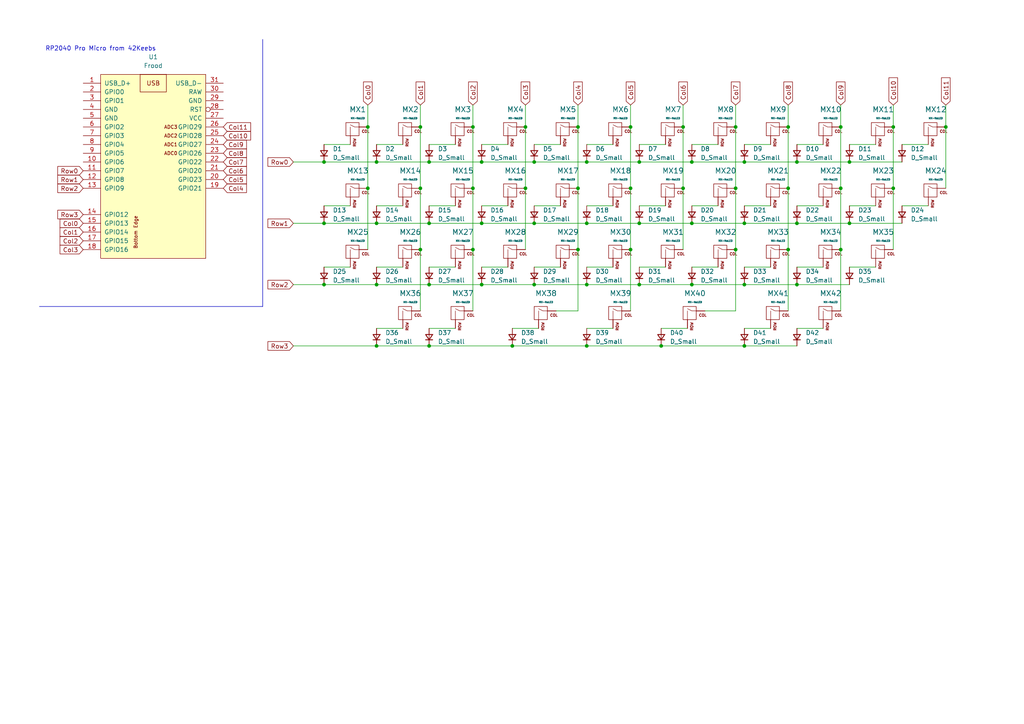
<source format=kicad_sch>
(kicad_sch (version 20231120) (generator "eeschema") (generator_version "8.0")
  (paper "A4")
  (lib_symbols
    (symbol "42Keebs:Frood" (pin_names (offset 1.016))
      (property "Reference" "U" (at -12.7 27.94 0))
      (property "Value" "Frood" (at 0 2.54 90))
      (symbol "Frood_0_0"
        (text "ADC0" (at 5.08 2.54 0) (effects (font (size 0.9906 0.9906))))
        (text "ADC1" (at 5.08 5.08 0) (effects (font (size 0.9906 0.9906))))
        (text "ADC2" (at 5.08 7.62 0) (effects (font (size 0.9906 0.9906))))
        (text "ADC3" (at 5.08 10.16 0) (effects (font (size 0.9906 0.9906))))
        (text "Bottom Edge" (at -5.08 -20.32 900) (effects (font (size 0.9906 0.9906))))
        (text "USB" (at 0 22.86 0) (effects (font (size 1.27 1.27))))
      )
      (symbol "Frood_0_1"
        (rectangle (start -15.24 25.4) (end 15.24 -27.94) (fill (type background)))
        (rectangle (start 3.81 25.4) (end -3.81 20.32))
      )
      (symbol "Frood_1_1"
        (pin bidirectional line (at -20.32 22.86 0) (length 5.08) (name "USB_D+") (number "1"))
        (pin bidirectional line (at -20.32 0 0) (length 5.08) (name "GPIO6") (number "10"))
        (pin bidirectional line (at -20.32 -2.54 0) (length 5.08) (name "GPIO7") (number "11"))
        (pin bidirectional line (at -20.32 -5.08 0) (length 5.08) (name "GPIO8") (number "12"))
        (pin bidirectional line (at -20.32 -7.62 0) (length 5.08) (name "GPIO9") (number "13"))
        (pin bidirectional line (at -20.32 -15.24 0) (length 5.08) (name "GPIO12") (number "14"))
        (pin bidirectional line (at -20.32 -17.78 0) (length 5.08) (name "GPIO13") (number "15"))
        (pin bidirectional line (at -20.32 -20.32 0) (length 5.08) (name "GPIO14") (number "16"))
        (pin bidirectional line (at -20.32 -22.86 0) (length 5.08) (name "GPIO15") (number "17"))
        (pin bidirectional line (at -20.32 -25.4 0) (length 5.08) (name "GPIO16") (number "18"))
        (pin bidirectional line (at 20.32 -7.62 180) (length 5.08) (name "GPIO21") (number "19"))
        (pin bidirectional line (at -20.32 20.32 0) (length 5.08) (name "GPIO0") (number "2"))
        (pin bidirectional line (at 20.32 -5.08 180) (length 5.08) (name "GPIO23") (number "20"))
        (pin bidirectional line (at 20.32 -2.54 180) (length 5.08) (name "GPIO20") (number "21"))
        (pin bidirectional line (at 20.32 0 180) (length 5.08) (name "GPIO22") (number "22"))
        (pin bidirectional line (at 20.32 2.54 180) (length 5.08) (name "GPIO26") (number "23"))
        (pin bidirectional line (at 20.32 5.08 180) (length 5.08) (name "GPIO27") (number "24"))
        (pin bidirectional line (at 20.32 7.62 180) (length 5.08) (name "GPIO28") (number "25"))
        (pin bidirectional line (at 20.32 10.16 180) (length 5.08) (name "GPIO29") (number "26"))
        (pin power_out line (at 20.32 12.7 180) (length 5.08) (name "VCC") (number "27"))
        (pin input inverted (at 20.32 15.24 180) (length 5.08) (name "RST") (number "28"))
        (pin power_out line (at 20.32 17.78 180) (length 5.08) (name "GND") (number "29"))
        (pin bidirectional line (at -20.32 17.78 0) (length 5.08) (name "GPIO1") (number "3"))
        (pin power_in line (at 20.32 20.32 180) (length 5.08) (name "RAW") (number "30"))
        (pin bidirectional line (at 20.32 22.86 180) (length 5.08) (name "USB_D-") (number "31"))
        (pin power_out line (at -20.32 15.24 0) (length 5.08) (name "GND") (number "4"))
        (pin power_out line (at -20.32 12.7 0) (length 5.08) (name "GND") (number "5"))
        (pin bidirectional line (at -20.32 10.16 0) (length 5.08) (name "GPIO2") (number "6"))
        (pin bidirectional line (at -20.32 7.62 0) (length 5.08) (name "GPIO3") (number "7"))
        (pin bidirectional line (at -20.32 5.08 0) (length 5.08) (name "GPIO4") (number "8"))
        (pin bidirectional line (at -20.32 2.54 0) (length 5.08) (name "GPIO5") (number "9"))
      )
    )
    (symbol "Device:D_Small" (pin_numbers hide) (pin_names (offset 0.254) hide)
      (property "Reference" "D" (at -1.27 2.032 0))
      (property "Value" "D_Small" (at -3.81 -2.032 0))
      (symbol "D_Small_0_1"
        (polyline (pts (xy -0.762 -1.016) (xy -0.762 1.016)) (stroke (width 0.254)))
        (polyline (pts (xy -0.762 0) (xy 0.762 0)))
        (polyline (pts (xy 0.762 -1.016) (xy -0.762 0) (xy 0.762 1.016) (xy 0.762 -1.016)) (stroke (width 0.254)))
      )
      (symbol "D_Small_1_1"
        (pin passive line (at -2.54 0 0) (length 1.778) (name "K") (number "1"))
        (pin passive line (at 2.54 0 180) (length 1.778) (name "A") (number "2"))
      )
    )
    (symbol "MX_Alps_Hybrid:MX-NoLED" (pin_names (offset 1.016))
      (property "Reference" "MX" (at -0.635 3.81 0))
      (property "Value" "MX-NoLED" (at -0.635 1.27 0))
      (symbol "MX-NoLED_0_0"
        (rectangle (start -2.54 2.54) (end 1.27 -1.27))
        (polyline (pts (xy -1.27 -1.27) (xy -1.27 1.27)) (stroke (width 0.127)))
        (polyline (pts (xy 1.27 1.27) (xy 0 1.27) (xy -1.27 1.905)) (stroke (width 0.127)))
        (text "COL" (at 3.175 0 0) (effects (font (size 0.762 0.762))))
        (text "ROW" (at 0 -1.905 900) (effects (font (size 0.762 0.762)) (justify right)))
      )
      (symbol "MX-NoLED_1_1"
        (pin passive line (at 3.81 1.27 180) (length 2.54) (name "COL") (number "1"))
        (pin passive line (at -1.27 -3.81 90) (length 2.54) (name "ROW") (number "2"))
      )
    )
  )
  (junction (at 167.64 36.83))
  (junction (at 185.42 82.55))
  (junction (at 148.59 100.33))
  (junction (at 215.9 82.55))
  (junction (at 121.92 36.83))
  (junction (at 121.92 54.61))
  (junction (at 106.68 54.61))
  (junction (at 170.18 82.55))
  (junction (at 182.88 36.83))
  (junction (at 152.4 54.61))
  (junction (at 93.98 64.77))
  (junction (at 139.7 64.77))
  (junction (at 185.42 64.77))
  (junction (at 228.6 72.39))
  (junction (at 213.36 36.83))
  (junction (at 137.16 54.61))
  (junction (at 124.46 46.99))
  (junction (at 124.46 82.55))
  (junction (at 185.42 46.99))
  (junction (at 182.88 72.39))
  (junction (at 231.14 64.77))
  (junction (at 200.66 82.55))
  (junction (at 137.16 72.39))
  (junction (at 259.08 36.83))
  (junction (at 139.7 46.99))
  (junction (at 215.9 46.99))
  (junction (at 109.22 46.99))
  (junction (at 213.36 54.61))
  (junction (at 200.66 64.77))
  (junction (at 243.84 54.61))
  (junction (at 124.46 64.77))
  (junction (at 109.22 82.55))
  (junction (at 246.38 46.99))
  (junction (at 167.64 72.39))
  (junction (at 228.6 36.83))
  (junction (at 121.92 72.39))
  (junction (at 243.84 72.39))
  (junction (at 170.18 64.77))
  (junction (at 167.64 54.61))
  (junction (at 106.68 36.83))
  (junction (at 170.18 46.99))
  (junction (at 215.9 100.33))
  (junction (at 109.22 100.33))
  (junction (at 274.32 36.83))
  (junction (at 139.7 82.55))
  (junction (at 231.14 46.99))
  (junction (at 93.98 82.55))
  (junction (at 215.9 64.77))
  (junction (at 228.6 54.61))
  (junction (at 200.66 46.99))
  (junction (at 109.22 64.77))
  (junction (at 154.94 64.77))
  (junction (at 246.38 64.77))
  (junction (at 93.98 46.99))
  (junction (at 182.88 54.61))
  (junction (at 191.77 100.33))
  (junction (at 124.46 100.33))
  (junction (at 198.12 54.61))
  (junction (at 198.12 36.83))
  (junction (at 259.08 54.61))
  (junction (at 243.84 36.83))
  (junction (at 170.18 100.33))
  (junction (at 137.16 36.83))
  (junction (at 231.14 82.55))
  (junction (at 213.36 72.39))
  (junction (at 154.94 82.55))
  (junction (at 154.94 46.99))
  (junction (at 152.4 36.83))
  (wire (pts (xy 191.77 100.33) (xy 215.9 100.33)))
  (wire (pts (xy 243.84 30.48) (xy 243.84 36.83)))
  (wire (pts (xy 85.09 64.77) (xy 93.98 64.77)))
  (wire (pts (xy 109.22 41.91) (xy 116.84 41.91)))
  (wire (pts (xy 154.94 82.55) (xy 170.18 82.55)))
  (wire (pts (xy 243.84 36.83) (xy 243.84 54.61)))
  (wire (pts (xy 139.7 59.69) (xy 147.32 59.69)))
  (wire (pts (xy 231.14 46.99) (xy 246.38 46.99)))
  (wire (pts (xy 185.42 64.77) (xy 200.66 64.77)))
  (wire (pts (xy 124.46 77.47) (xy 132.08 77.47)))
  (wire (pts (xy 261.62 59.69) (xy 269.24 59.69)))
  (wire (pts (xy 246.38 59.69) (xy 254 59.69)))
  (wire (pts (xy 124.46 64.77) (xy 139.7 64.77)))
  (wire (pts (xy 246.38 46.99) (xy 261.62 46.99)))
  (wire (pts (xy 85.09 46.99) (xy 93.98 46.99)))
  (wire (pts (xy 170.18 82.55) (xy 185.42 82.55)))
  (wire (pts (xy 231.14 41.91) (xy 238.76 41.91)))
  (wire (pts (xy 198.12 54.61) (xy 198.12 72.39)))
  (wire (pts (xy 93.98 82.55) (xy 109.22 82.55)))
  (wire (pts (xy 261.62 41.91) (xy 269.24 41.91)))
  (wire (pts (xy 185.42 77.47) (xy 193.04 77.47)))
  (wire (pts (xy 154.94 59.69) (xy 162.56 59.69)))
  (wire (pts (xy 182.88 30.48) (xy 182.88 36.83)))
  (wire (pts (xy 246.38 77.47) (xy 254 77.47)))
  (wire (pts (xy 228.6 54.61) (xy 228.6 72.39)))
  (wire (pts (xy 109.22 82.55) (xy 124.46 82.55)))
  (wire (pts (xy 93.98 64.77) (xy 109.22 64.77)))
  (wire (pts (xy 167.64 30.48) (xy 167.64 36.83)))
  (wire (pts (xy 200.66 64.77) (xy 215.9 64.77)))
  (wire (pts (xy 185.42 46.99) (xy 200.66 46.99)))
  (wire (pts (xy 109.22 100.33) (xy 124.46 100.33)))
  (wire (pts (xy 170.18 77.47) (xy 177.8 77.47)))
  (wire (pts (xy 185.42 59.69) (xy 193.04 59.69)))
  (wire (pts (xy 152.4 54.61) (xy 152.4 72.39)))
  (wire (pts (xy 246.38 64.77) (xy 261.62 64.77)))
  (wire (pts (xy 213.36 72.39) (xy 213.36 90.17)))
  (wire (pts (xy 185.42 41.91) (xy 193.04 41.91)))
  (wire (pts (xy 137.16 54.61) (xy 137.16 72.39)))
  (wire (pts (xy 148.59 95.25) (xy 156.21 95.25)))
  (wire (pts (xy 124.46 46.99) (xy 139.7 46.99)))
  (wire (pts (xy 154.94 41.91) (xy 162.56 41.91)))
  (wire (pts (xy 109.22 77.47) (xy 116.84 77.47)))
  (wire (pts (xy 109.22 95.25) (xy 116.84 95.25)))
  (polyline (pts (xy 11.43 88.9) (xy 76.2 88.9)))
  (wire (pts (xy 106.68 30.48) (xy 106.68 36.83)))
  (wire (pts (xy 231.14 64.77) (xy 246.38 64.77)))
  (wire (pts (xy 228.6 30.48) (xy 228.6 36.83)))
  (wire (pts (xy 243.84 54.61) (xy 243.84 72.39)))
  (wire (pts (xy 198.12 30.48) (xy 198.12 36.83)))
  (wire (pts (xy 167.64 54.61) (xy 167.64 72.39)))
  (wire (pts (xy 200.66 77.47) (xy 208.28 77.47)))
  (wire (pts (xy 139.7 64.77) (xy 154.94 64.77)))
  (wire (pts (xy 231.14 95.25) (xy 238.76 95.25)))
  (wire (pts (xy 191.77 95.25) (xy 199.39 95.25)))
  (wire (pts (xy 93.98 41.91) (xy 101.6 41.91)))
  (wire (pts (xy 154.94 46.99) (xy 170.18 46.99)))
  (wire (pts (xy 139.7 77.47) (xy 147.32 77.47)))
  (wire (pts (xy 215.9 46.99) (xy 231.14 46.99)))
  (wire (pts (xy 204.47 90.17) (xy 213.36 90.17)))
  (wire (pts (xy 106.68 36.83) (xy 106.68 54.61)))
  (wire (pts (xy 228.6 36.83) (xy 228.6 54.61)))
  (wire (pts (xy 170.18 59.69) (xy 177.8 59.69)))
  (wire (pts (xy 137.16 36.83) (xy 137.16 54.61)))
  (wire (pts (xy 139.7 82.55) (xy 154.94 82.55)))
  (wire (pts (xy 152.4 30.48) (xy 152.4 36.83)))
  (wire (pts (xy 152.4 36.83) (xy 152.4 54.61)))
  (polyline (pts (xy 76.2 11.43) (xy 76.2 88.9)))
  (wire (pts (xy 200.66 46.99) (xy 215.9 46.99)))
  (wire (pts (xy 231.14 77.47) (xy 238.76 77.47)))
  (wire (pts (xy 213.36 54.61) (xy 213.36 72.39)))
  (wire (pts (xy 215.9 95.25) (xy 223.52 95.25)))
  (wire (pts (xy 213.36 36.83) (xy 213.36 54.61)))
  (wire (pts (xy 182.88 54.61) (xy 182.88 72.39)))
  (wire (pts (xy 109.22 59.69) (xy 116.84 59.69)))
  (wire (pts (xy 170.18 95.25) (xy 177.8 95.25)))
  (wire (pts (xy 200.66 59.69) (xy 208.28 59.69)))
  (wire (pts (xy 198.12 36.83) (xy 198.12 54.61)))
  (wire (pts (xy 185.42 82.55) (xy 200.66 82.55)))
  (wire (pts (xy 200.66 82.55) (xy 215.9 82.55)))
  (wire (pts (xy 148.59 100.33) (xy 170.18 100.33)))
  (wire (pts (xy 215.9 41.91) (xy 223.52 41.91)))
  (wire (pts (xy 231.14 59.69) (xy 238.76 59.69)))
  (wire (pts (xy 213.36 30.48) (xy 213.36 36.83)))
  (wire (pts (xy 137.16 30.48) (xy 137.16 36.83)))
  (wire (pts (xy 106.68 54.61) (xy 106.68 72.39)))
  (wire (pts (xy 124.46 82.55) (xy 139.7 82.55)))
  (wire (pts (xy 93.98 46.99) (xy 109.22 46.99)))
  (wire (pts (xy 200.66 41.91) (xy 208.28 41.91)))
  (wire (pts (xy 182.88 72.39) (xy 182.88 90.17)))
  (wire (pts (xy 167.64 72.39) (xy 167.64 90.17)))
  (wire (pts (xy 137.16 72.39) (xy 137.16 90.17)))
  (wire (pts (xy 274.32 30.48) (xy 274.32 36.83)))
  (wire (pts (xy 124.46 59.69) (xy 132.08 59.69)))
  (wire (pts (xy 121.92 30.48) (xy 121.92 36.83)))
  (wire (pts (xy 139.7 41.91) (xy 147.32 41.91)))
  (wire (pts (xy 170.18 41.91) (xy 177.8 41.91)))
  (wire (pts (xy 109.22 46.99) (xy 124.46 46.99)))
  (wire (pts (xy 154.94 64.77) (xy 170.18 64.77)))
  (wire (pts (xy 121.92 72.39) (xy 121.92 90.17)))
  (wire (pts (xy 121.92 54.61) (xy 121.92 72.39)))
  (wire (pts (xy 124.46 41.91) (xy 132.08 41.91)))
  (wire (pts (xy 274.32 36.83) (xy 274.32 54.61)))
  (wire (pts (xy 259.08 54.61) (xy 259.08 72.39)))
  (wire (pts (xy 85.09 82.55) (xy 93.98 82.55)))
  (wire (pts (xy 215.9 64.77) (xy 231.14 64.77)))
  (wire (pts (xy 246.38 41.91) (xy 254 41.91)))
  (wire (pts (xy 170.18 64.77) (xy 185.42 64.77)))
  (wire (pts (xy 259.08 36.83) (xy 259.08 54.61)))
  (wire (pts (xy 124.46 95.25) (xy 132.08 95.25)))
  (wire (pts (xy 154.94 77.47) (xy 162.56 77.47)))
  (wire (pts (xy 182.88 36.83) (xy 182.88 54.61)))
  (wire (pts (xy 167.64 36.83) (xy 167.64 54.61)))
  (wire (pts (xy 93.98 77.47) (xy 101.6 77.47)))
  (wire (pts (xy 170.18 46.99) (xy 185.42 46.99)))
  (wire (pts (xy 243.84 72.39) (xy 243.84 90.17)))
  (wire (pts (xy 161.29 90.17) (xy 167.64 90.17)))
  (wire (pts (xy 121.92 36.83) (xy 121.92 54.61)))
  (wire (pts (xy 85.09 100.33) (xy 109.22 100.33)))
  (wire (pts (xy 93.98 59.69) (xy 101.6 59.69)))
  (wire (pts (xy 215.9 100.33) (xy 231.14 100.33)))
  (wire (pts (xy 231.14 82.55) (xy 246.38 82.55)))
  (wire (pts (xy 259.08 30.48) (xy 259.08 36.83)))
  (wire (pts (xy 170.18 100.33) (xy 191.77 100.33)))
  (wire (pts (xy 228.6 72.39) (xy 228.6 90.17)))
  (wire (pts (xy 109.22 64.77) (xy 124.46 64.77)))
  (wire (pts (xy 124.46 100.33) (xy 148.59 100.33)))
  (wire (pts (xy 215.9 77.47) (xy 223.52 77.47)))
  (wire (pts (xy 215.9 59.69) (xy 223.52 59.69)))
  (wire (pts (xy 215.9 82.55) (xy 231.14 82.55)))
  (wire (pts (xy 139.7 46.99) (xy 154.94 46.99)))
  (text "RP2040 Pro Micro from 42Keebs" (at 29.21 14.224 0) (effects (font (size 1.27 1.27))))
  (global_label "Col10" (shape input) (at 259.08 30.48 90) (property "Intersheetrefs" "${INTERSHEET_REFS}" (effects (hide yes))))
  (global_label "Col5" (shape input) (at 182.88 30.48 90) (property "Intersheetrefs" "${INTERSHEET_REFS}" (effects (hide yes))))
  (global_label "Col4" (shape input) (at 64.77 54.61 0) (property "Intersheetrefs" "${INTERSHEET_REFS}" (effects (hide yes))))
  (global_label "Col1" (shape input) (at 24.13 67.31 180) (property "Intersheetrefs" "${INTERSHEET_REFS}" (effects (hide yes))))
  (global_label "Col1" (shape input) (at 121.92 30.48 90) (property "Intersheetrefs" "${INTERSHEET_REFS}" (effects (hide yes))))
  (global_label "Row3" (shape input) (at 85.09 100.33 180) (property "Intersheetrefs" "${INTERSHEET_REFS}" (effects (hide yes))))
  (global_label "Col6" (shape input) (at 64.77 49.53 0) (property "Intersheetrefs" "${INTERSHEET_REFS}" (effects (hide yes))))
  (global_label "Col6" (shape input) (at 198.12 30.48 90) (property "Intersheetrefs" "${INTERSHEET_REFS}" (effects (hide yes))))
  (global_label "Row1" (shape input) (at 24.13 52.07 180) (property "Intersheetrefs" "${INTERSHEET_REFS}" (effects (hide yes))))
  (global_label "Col7" (shape input) (at 64.77 46.99 0) (property "Intersheetrefs" "${INTERSHEET_REFS}" (effects (hide yes))))
  (global_label "Col2" (shape input) (at 137.16 30.48 90) (property "Intersheetrefs" "${INTERSHEET_REFS}" (effects (hide yes))))
  (global_label "Col5" (shape input) (at 64.77 52.07 0) (property "Intersheetrefs" "${INTERSHEET_REFS}" (effects (hide yes))))
  (global_label "Col7" (shape input) (at 213.36 30.48 90) (property "Intersheetrefs" "${INTERSHEET_REFS}" (effects (hide yes))))
  (global_label "Col11" (shape input) (at 64.77 36.83 0) (property "Intersheetrefs" "${INTERSHEET_REFS}" (effects (hide yes))))
  (global_label "Row2" (shape input) (at 24.13 54.61 180) (property "Intersheetrefs" "${INTERSHEET_REFS}" (effects (hide yes))))
  (global_label "Col2" (shape input) (at 24.13 69.85 180) (property "Intersheetrefs" "${INTERSHEET_REFS}" (effects (hide yes))))
  (global_label "Row2" (shape input) (at 85.09 82.55 180) (property "Intersheetrefs" "${INTERSHEET_REFS}" (effects (hide yes))))
  (global_label "Row0" (shape input) (at 85.09 46.99 180) (property "Intersheetrefs" "${INTERSHEET_REFS}" (effects (hide yes))))
  (global_label "Row0" (shape input) (at 24.13 49.53 180) (property "Intersheetrefs" "${INTERSHEET_REFS}" (effects (hide yes))))
  (global_label "Col3" (shape input) (at 152.4 30.48 90) (property "Intersheetrefs" "${INTERSHEET_REFS}" (effects (hide yes))))
  (global_label "Col10" (shape input) (at 64.77 39.37 0) (property "Intersheetrefs" "${INTERSHEET_REFS}" (effects (hide yes))))
  (global_label "Col0" (shape input) (at 106.68 30.48 90) (property "Intersheetrefs" "${INTERSHEET_REFS}" (effects (hide yes))))
  (global_label "Col4" (shape input) (at 167.64 30.48 90) (property "Intersheetrefs" "${INTERSHEET_REFS}" (effects (hide yes))))
  (global_label "Row3" (shape input) (at 24.13 62.23 180) (property "Intersheetrefs" "${INTERSHEET_REFS}" (effects (hide yes))))
  (global_label "Row1" (shape input) (at 85.09 64.77 180) (property "Intersheetrefs" "${INTERSHEET_REFS}" (effects (hide yes))))
  (global_label "Col8" (shape input) (at 228.6 30.48 90) (property "Intersheetrefs" "${INTERSHEET_REFS}" (effects (hide yes))))
  (global_label "Col3" (shape input) (at 24.13 72.39 180) (property "Intersheetrefs" "${INTERSHEET_REFS}" (effects (hide yes))))
  (global_label "Col9" (shape input) (at 243.84 30.48 90) (property "Intersheetrefs" "${INTERSHEET_REFS}" (effects (hide yes))))
  (global_label "Col9" (shape input) (at 64.77 41.91 0) (property "Intersheetrefs" "${INTERSHEET_REFS}" (effects (hide yes))))
  (global_label "Col8" (shape input) (at 64.77 44.45 0) (property "Intersheetrefs" "${INTERSHEET_REFS}" (effects (hide yes))))
  (global_label "Col0" (shape input) (at 24.13 64.77 180) (property "Intersheetrefs" "${INTERSHEET_REFS}" (effects (hide yes))))
  (global_label "Col11" (shape input) (at 274.32 30.48 90) (property "Intersheetrefs" "${INTERSHEET_REFS}" (effects (hide yes))))
  (symbol (lib_id "Device:D_Small") (at 215.9 97.79 90) (unit 1)
    (property "Reference" "D41" (at 218.44 96.5199 90) (effects (justify right)))
    (property "Value" "D_Small" (at 218.44 99.0599 90) (effects (justify right)))
    (property "Description" "Diode, small symbol" (effects (hide yes)))
    (property "Sim.Device" "D" (effects (hide yes)))
    (property "Sim.Pins" "1=K 2=A" (effects (hide yes)))
  )
  (symbol (lib_id "MX_Alps_Hybrid:MX-NoLED") (at 270.51 55.88 0) (unit 1)
    (property "Reference" "MX24" (at 271.4052 49.53 0) (effects (font (size 1.524 1.524))))
    (property "Value" "MX-NoLED" (at 271.4052 52.07 0) (effects (font (size 0.508 0.508))))
  )
  (symbol (lib_id "MX_Alps_Hybrid:MX-NoLED") (at 102.87 73.66 0) (unit 1)
    (property "Reference" "MX25" (at 103.7652 67.31 0) (effects (font (size 1.524 1.524))))
    (property "Value" "MX-NoLED" (at 103.7652 69.85 0) (effects (font (size 0.508 0.508))))
  )
  (symbol (lib_id "Device:D_Small") (at 231.14 44.45 90) (unit 1)
    (property "Reference" "D10" (at 233.68 43.1799 90) (effects (justify right)))
    (property "Value" "D_Small" (at 233.68 45.7199 90) (effects (justify right)))
    (property "Description" "Diode, small symbol" (effects (hide yes)))
    (property "Sim.Device" "D" (effects (hide yes)))
    (property "Sim.Pins" "1=K 2=A" (effects (hide yes)))
  )
  (symbol (lib_id "MX_Alps_Hybrid:MX-NoLED") (at 163.83 73.66 0) (unit 1)
    (property "Reference" "MX29" (at 164.7252 67.31 0) (effects (font (size 1.524 1.524))))
    (property "Value" "MX-NoLED" (at 164.7252 69.85 0) (effects (font (size 0.508 0.508))))
  )
  (symbol (lib_id "Device:D_Small") (at 154.94 44.45 90) (unit 1)
    (property "Reference" "D5" (at 157.48 43.1799 90) (effects (justify right)))
    (property "Value" "D_Small" (at 157.48 45.7199 90) (effects (justify right)))
    (property "Description" "Diode, small symbol" (effects (hide yes)))
    (property "Sim.Device" "D" (effects (hide yes)))
    (property "Sim.Pins" "1=K 2=A" (effects (hide yes)))
  )
  (symbol (lib_id "MX_Alps_Hybrid:MX-NoLED") (at 118.11 55.88 0) (unit 1)
    (property "Reference" "MX14" (at 119.0052 49.53 0) (effects (font (size 1.524 1.524))))
    (property "Value" "MX-NoLED" (at 119.0052 52.07 0) (effects (font (size 0.508 0.508))))
  )
  (symbol (lib_id "MX_Alps_Hybrid:MX-NoLED") (at 255.27 38.1 0) (unit 1)
    (property "Reference" "MX11" (at 256.1652 31.75 0) (effects (font (size 1.524 1.524))))
    (property "Value" "MX-NoLED" (at 256.1652 34.29 0) (effects (font (size 0.508 0.508))))
  )
  (symbol (lib_id "Device:D_Small") (at 124.46 44.45 90) (unit 1)
    (property "Reference" "D3" (at 127 43.1799 90) (effects (justify right)))
    (property "Value" "D_Small" (at 127 45.7199 90) (effects (justify right)))
    (property "Description" "Diode, small symbol" (effects (hide yes)))
    (property "Sim.Device" "D" (effects (hide yes)))
    (property "Sim.Pins" "1=K 2=A" (effects (hide yes)))
  )
  (symbol (lib_id "MX_Alps_Hybrid:MX-NoLED") (at 163.83 55.88 0) (unit 1)
    (property "Reference" "MX17" (at 164.7252 49.53 0) (effects (font (size 1.524 1.524))))
    (property "Value" "MX-NoLED" (at 164.7252 52.07 0) (effects (font (size 0.508 0.508))))
  )
  (symbol (lib_id "MX_Alps_Hybrid:MX-NoLED") (at 255.27 55.88 0) (unit 1)
    (property "Reference" "MX23" (at 256.1652 49.53 0) (effects (font (size 1.524 1.524))))
    (property "Value" "MX-NoLED" (at 256.1652 52.07 0) (effects (font (size 0.508 0.508))))
  )
  (symbol (lib_id "Device:D_Small") (at 109.22 80.01 90) (unit 1)
    (property "Reference" "D26" (at 111.76 78.7399 90) (effects (justify right)))
    (property "Value" "D_Small" (at 111.76 81.2799 90) (effects (justify right)))
    (property "Description" "Diode, small symbol" (effects (hide yes)))
    (property "Sim.Device" "D" (effects (hide yes)))
    (property "Sim.Pins" "1=K 2=A" (effects (hide yes)))
  )
  (symbol (lib_id "MX_Alps_Hybrid:MX-NoLED") (at 179.07 73.66 0) (unit 1)
    (property "Reference" "MX30" (at 179.9652 67.31 0) (effects (font (size 1.524 1.524))))
    (property "Value" "MX-NoLED" (at 179.9652 69.85 0) (effects (font (size 0.508 0.508))))
  )
  (symbol (lib_id "MX_Alps_Hybrid:MX-NoLED") (at 133.35 38.1 0) (unit 1)
    (property "Reference" "MX3" (at 134.2452 31.75 0) (effects (font (size 1.524 1.524))))
    (property "Value" "MX-NoLED" (at 134.2452 34.29 0) (effects (font (size 0.508 0.508))))
  )
  (symbol (lib_id "Device:D_Small") (at 200.66 44.45 90) (unit 1)
    (property "Reference" "D8" (at 203.2 43.1799 90) (effects (justify right)))
    (property "Value" "D_Small" (at 203.2 45.7199 90) (effects (justify right)))
    (property "Description" "Diode, small symbol" (effects (hide yes)))
    (property "Sim.Device" "D" (effects (hide yes)))
    (property "Sim.Pins" "1=K 2=A" (effects (hide yes)))
  )
  (symbol (lib_id "MX_Alps_Hybrid:MX-NoLED") (at 224.79 91.44 0) (unit 1)
    (property "Reference" "MX41" (at 225.6852 85.09 0) (effects (font (size 1.524 1.524))))
    (property "Value" "MX-NoLED" (at 225.6852 87.63 0) (effects (font (size 0.508 0.508))))
  )
  (symbol (lib_id "Device:D_Small") (at 231.14 97.79 90) (unit 1)
    (property "Reference" "D42" (at 233.68 96.5199 90) (effects (justify right)))
    (property "Value" "D_Small" (at 233.68 99.0599 90) (effects (justify right)))
    (property "Description" "Diode, small symbol" (effects (hide yes)))
    (property "Sim.Device" "D" (effects (hide yes)))
    (property "Sim.Pins" "1=K 2=A" (effects (hide yes)))
  )
  (symbol (lib_id "Device:D_Small") (at 93.98 44.45 90) (unit 1)
    (property "Reference" "D1" (at 96.52 43.1799 90) (effects (justify right)))
    (property "Value" "D_Small" (at 96.52 45.7199 90) (effects (justify right)))
    (property "Description" "Diode, small symbol" (effects (hide yes)))
    (property "Sim.Device" "D" (effects (hide yes)))
    (property "Sim.Pins" "1=K 2=A" (effects (hide yes)))
  )
  (symbol (lib_id "MX_Alps_Hybrid:MX-NoLED") (at 118.11 73.66 0) (unit 1)
    (property "Reference" "MX26" (at 119.0052 67.31 0) (effects (font (size 1.524 1.524))))
    (property "Value" "MX-NoLED" (at 119.0052 69.85 0) (effects (font (size 0.508 0.508))))
  )
  (symbol (lib_id "MX_Alps_Hybrid:MX-NoLED") (at 118.11 38.1 0) (unit 1)
    (property "Reference" "MX2" (at 119.0052 31.75 0) (effects (font (size 1.524 1.524))))
    (property "Value" "MX-NoLED" (at 119.0052 34.29 0) (effects (font (size 0.508 0.508))))
  )
  (symbol (lib_id "Device:D_Small") (at 139.7 80.01 90) (unit 1)
    (property "Reference" "D28" (at 142.24 78.7399 90) (effects (justify right)))
    (property "Value" "D_Small" (at 142.24 81.2799 90) (effects (justify right)))
    (property "Description" "Diode, small symbol" (effects (hide yes)))
    (property "Sim.Device" "D" (effects (hide yes)))
    (property "Sim.Pins" "1=K 2=A" (effects (hide yes)))
  )
  (symbol (lib_id "Device:D_Small") (at 124.46 97.79 90) (unit 1)
    (property "Reference" "D37" (at 127 96.5199 90) (effects (justify right)))
    (property "Value" "D_Small" (at 127 99.0599 90) (effects (justify right)))
    (property "Description" "Diode, small symbol" (effects (hide yes)))
    (property "Sim.Device" "D" (effects (hide yes)))
    (property "Sim.Pins" "1=K 2=A" (effects (hide yes)))
  )
  (symbol (lib_id "Device:D_Small") (at 185.42 80.01 90) (unit 1)
    (property "Reference" "D31" (at 187.96 78.7399 90) (effects (justify right)))
    (property "Value" "D_Small" (at 187.96 81.2799 90) (effects (justify right)))
    (property "Description" "Diode, small symbol" (effects (hide yes)))
    (property "Sim.Device" "D" (effects (hide yes)))
    (property "Sim.Pins" "1=K 2=A" (effects (hide yes)))
  )
  (symbol (lib_id "Device:D_Small") (at 200.66 62.23 90) (unit 1)
    (property "Reference" "D20" (at 203.2 60.9599 90) (effects (justify right)))
    (property "Value" "D_Small" (at 203.2 63.4999 90) (effects (justify right)))
    (property "Description" "Diode, small symbol" (effects (hide yes)))
    (property "Sim.Device" "D" (effects (hide yes)))
    (property "Sim.Pins" "1=K 2=A" (effects (hide yes)))
  )
  (symbol (lib_id "Device:D_Small") (at 109.22 62.23 90) (unit 1)
    (property "Reference" "D14" (at 111.76 60.9599 90) (effects (justify right)))
    (property "Value" "D_Small" (at 111.76 63.4999 90) (effects (justify right)))
    (property "Description" "Diode, small symbol" (effects (hide yes)))
    (property "Sim.Device" "D" (effects (hide yes)))
    (property "Sim.Pins" "1=K 2=A" (effects (hide yes)))
  )
  (symbol (lib_id "Device:D_Small") (at 215.9 80.01 90) (unit 1)
    (property "Reference" "D33" (at 218.44 78.7399 90) (effects (justify right)))
    (property "Value" "D_Small" (at 218.44 81.2799 90) (effects (justify right)))
    (property "Description" "Diode, small symbol" (effects (hide yes)))
    (property "Sim.Device" "D" (effects (hide yes)))
    (property "Sim.Pins" "1=K 2=A" (effects (hide yes)))
  )
  (symbol (lib_id "MX_Alps_Hybrid:MX-NoLED") (at 102.87 38.1 0) (unit 1)
    (property "Reference" "MX1" (at 103.7652 31.75 0) (effects (font (size 1.524 1.524))))
    (property "Value" "MX-NoLED" (at 103.7652 34.29 0) (effects (font (size 0.508 0.508))))
  )
  (symbol (lib_id "Device:D_Small") (at 170.18 62.23 90) (unit 1)
    (property "Reference" "D18" (at 172.72 60.9599 90) (effects (justify right)))
    (property "Value" "D_Small" (at 172.72 63.4999 90) (effects (justify right)))
    (property "Description" "Diode, small symbol" (effects (hide yes)))
    (property "Sim.Device" "D" (effects (hide yes)))
    (property "Sim.Pins" "1=K 2=A" (effects (hide yes)))
  )
  (symbol (lib_id "MX_Alps_Hybrid:MX-NoLED") (at 224.79 73.66 0) (unit 1)
    (property "Reference" "MX33" (at 225.6852 67.31 0) (effects (font (size 1.524 1.524))))
    (property "Value" "MX-NoLED" (at 225.6852 69.85 0) (effects (font (size 0.508 0.508))))
  )
  (symbol (lib_id "Device:D_Small") (at 170.18 44.45 90) (unit 1)
    (property "Reference" "D6" (at 172.72 43.1799 90) (effects (justify right)))
    (property "Value" "D_Small" (at 172.72 45.7199 90) (effects (justify right)))
    (property "Description" "Diode, small symbol" (effects (hide yes)))
    (property "Sim.Device" "D" (effects (hide yes)))
    (property "Sim.Pins" "1=K 2=A" (effects (hide yes)))
  )
  (symbol (lib_id "42Keebs:Frood") (at 44.45 46.99 0) (unit 1)
    (property "Reference" "U1" (at 44.45 16.51 0))
    (property "Value" "Frood" (at 44.45 19.05 0))
    (property "Footprint" "42keebs:Frood_PinHeader_2x13+5_P2.54mm_Labels_Top" (effects (hide yes)))
    (property "Description" "WeAct STM32F401/F411 Black Pill ; not KLC compliant" (effects (hide yes)))
  )
  (symbol (lib_id "MX_Alps_Hybrid:MX-NoLED") (at 163.83 38.1 0) (unit 1)
    (property "Reference" "MX5" (at 164.7252 31.75 0) (effects (font (size 1.524 1.524))))
    (property "Value" "MX-NoLED" (at 164.7252 34.29 0) (effects (font (size 0.508 0.508))))
  )
  (symbol (lib_id "Device:D_Small") (at 261.62 44.45 90) (unit 1)
    (property "Reference" "D12" (at 264.16 43.1799 90) (effects (justify right)))
    (property "Value" "D_Small" (at 264.16 45.7199 90) (effects (justify right)))
    (property "Description" "Diode, small symbol" (effects (hide yes)))
    (property "Sim.Device" "D" (effects (hide yes)))
    (property "Sim.Pins" "1=K 2=A" (effects (hide yes)))
  )
  (symbol (lib_id "MX_Alps_Hybrid:MX-NoLED") (at 148.59 73.66 0) (unit 1)
    (property "Reference" "MX28" (at 149.4852 67.31 0) (effects (font (size 1.524 1.524))))
    (property "Value" "MX-NoLED" (at 149.4852 69.85 0) (effects (font (size 0.508 0.508))))
  )
  (symbol (lib_id "MX_Alps_Hybrid:MX-NoLED") (at 209.55 38.1 0) (unit 1)
    (property "Reference" "MX8" (at 210.4452 31.75 0) (effects (font (size 1.524 1.524))))
    (property "Value" "MX-NoLED" (at 210.4452 34.29 0) (effects (font (size 0.508 0.508))))
  )
  (symbol (lib_id "Device:D_Small") (at 124.46 62.23 90) (unit 1)
    (property "Reference" "D15" (at 127 60.9599 90) (effects (justify right)))
    (property "Value" "D_Small" (at 127 63.4999 90) (effects (justify right)))
    (property "Description" "Diode, small symbol" (effects (hide yes)))
    (property "Sim.Device" "D" (effects (hide yes)))
    (property "Sim.Pins" "1=K 2=A" (effects (hide yes)))
  )
  (symbol (lib_id "Device:D_Small") (at 109.22 97.79 90) (unit 1)
    (property "Reference" "D36" (at 111.76 96.5199 90) (effects (justify right)))
    (property "Value" "D_Small" (at 111.76 99.0599 90) (effects (justify right)))
    (property "Description" "Diode, small symbol" (effects (hide yes)))
    (property "Sim.Device" "D" (effects (hide yes)))
    (property "Sim.Pins" "1=K 2=A" (effects (hide yes)))
  )
  (symbol (lib_id "MX_Alps_Hybrid:MX-NoLED") (at 194.31 73.66 0) (unit 1)
    (property "Reference" "MX31" (at 195.2052 67.31 0) (effects (font (size 1.524 1.524))))
    (property "Value" "MX-NoLED" (at 195.2052 69.85 0) (effects (font (size 0.508 0.508))))
  )
  (symbol (lib_id "MX_Alps_Hybrid:MX-NoLED") (at 133.35 55.88 0) (unit 1)
    (property "Reference" "MX15" (at 134.2452 49.53 0) (effects (font (size 1.524 1.524))))
    (property "Value" "MX-NoLED" (at 134.2452 52.07 0) (effects (font (size 0.508 0.508))))
  )
  (symbol (lib_id "Device:D_Small") (at 246.38 62.23 90) (unit 1)
    (property "Reference" "D23" (at 248.92 60.9599 90) (effects (justify right)))
    (property "Value" "D_Small" (at 248.92 63.4999 90) (effects (justify right)))
    (property "Description" "Diode, small symbol" (effects (hide yes)))
    (property "Sim.Device" "D" (effects (hide yes)))
    (property "Sim.Pins" "1=K 2=A" (effects (hide yes)))
  )
  (symbol (lib_id "MX_Alps_Hybrid:MX-NoLED") (at 209.55 55.88 0) (unit 1)
    (property "Reference" "MX20" (at 210.4452 49.53 0) (effects (font (size 1.524 1.524))))
    (property "Value" "MX-NoLED" (at 210.4452 52.07 0) (effects (font (size 0.508 0.508))))
  )
  (symbol (lib_id "MX_Alps_Hybrid:MX-NoLED") (at 157.48 91.44 0) (unit 1)
    (property "Reference" "MX38" (at 158.3752 85.09 0) (effects (font (size 1.524 1.524))))
    (property "Value" "MX-NoLED" (at 158.3752 87.63 0) (effects (font (size 0.508 0.508))))
  )
  (symbol (lib_id "Device:D_Small") (at 191.77 97.79 90) (unit 1)
    (property "Reference" "D40" (at 194.31 96.5199 90) (effects (justify right)))
    (property "Value" "D_Small" (at 194.31 99.0599 90) (effects (justify right)))
    (property "Description" "Diode, small symbol" (effects (hide yes)))
    (property "Sim.Device" "D" (effects (hide yes)))
    (property "Sim.Pins" "1=K 2=A" (effects (hide yes)))
  )
  (symbol (lib_id "MX_Alps_Hybrid:MX-NoLED") (at 148.59 38.1 0) (unit 1)
    (property "Reference" "MX4" (at 149.4852 31.75 0) (effects (font (size 1.524 1.524))))
    (property "Value" "MX-NoLED" (at 149.4852 34.29 0) (effects (font (size 0.508 0.508))))
  )
  (symbol (lib_id "Device:D_Small") (at 154.94 80.01 90) (unit 1)
    (property "Reference" "D29" (at 157.48 78.7399 90) (effects (justify right)))
    (property "Value" "D_Small" (at 157.48 81.2799 90) (effects (justify right)))
    (property "Description" "Diode, small symbol" (effects (hide yes)))
    (property "Sim.Device" "D" (effects (hide yes)))
    (property "Sim.Pins" "1=K 2=A" (effects (hide yes)))
  )
  (symbol (lib_id "MX_Alps_Hybrid:MX-NoLED") (at 179.07 55.88 0) (unit 1)
    (property "Reference" "MX18" (at 179.9652 49.53 0) (effects (font (size 1.524 1.524))))
    (property "Value" "MX-NoLED" (at 179.9652 52.07 0) (effects (font (size 0.508 0.508))))
  )
  (symbol (lib_id "MX_Alps_Hybrid:MX-NoLED") (at 240.03 91.44 0) (unit 1)
    (property "Reference" "MX42" (at 240.9252 85.09 0) (effects (font (size 1.524 1.524))))
    (property "Value" "MX-NoLED" (at 240.9252 87.63 0) (effects (font (size 0.508 0.508))))
  )
  (symbol (lib_id "Device:D_Small") (at 139.7 62.23 90) (unit 1)
    (property "Reference" "D16" (at 142.24 60.9599 90) (effects (justify right)))
    (property "Value" "D_Small" (at 142.24 63.4999 90) (effects (justify right)))
    (property "Description" "Diode, small symbol" (effects (hide yes)))
    (property "Sim.Device" "D" (effects (hide yes)))
    (property "Sim.Pins" "1=K 2=A" (effects (hide yes)))
  )
  (symbol (lib_id "MX_Alps_Hybrid:MX-NoLED") (at 194.31 38.1 0) (unit 1)
    (property "Reference" "MX7" (at 195.2052 31.75 0) (effects (font (size 1.524 1.524))))
    (property "Value" "MX-NoLED" (at 195.2052 34.29 0) (effects (font (size 0.508 0.508))))
  )
  (symbol (lib_id "Device:D_Small") (at 215.9 44.45 90) (unit 1)
    (property "Reference" "D9" (at 218.44 43.1799 90) (effects (justify right)))
    (property "Value" "D_Small" (at 218.44 45.7199 90) (effects (justify right)))
    (property "Description" "Diode, small symbol" (effects (hide yes)))
    (property "Sim.Device" "D" (effects (hide yes)))
    (property "Sim.Pins" "1=K 2=A" (effects (hide yes)))
  )
  (symbol (lib_id "MX_Alps_Hybrid:MX-NoLED") (at 224.79 38.1 0) (unit 1)
    (property "Reference" "MX9" (at 225.6852 31.75 0) (effects (font (size 1.524 1.524))))
    (property "Value" "MX-NoLED" (at 225.6852 34.29 0) (effects (font (size 0.508 0.508))))
  )
  (symbol (lib_id "Device:D_Small") (at 148.59 97.79 90) (unit 1)
    (property "Reference" "D38" (at 151.13 96.5199 90) (effects (justify right)))
    (property "Value" "D_Small" (at 151.13 99.0599 90) (effects (justify right)))
    (property "Description" "Diode, small symbol" (effects (hide yes)))
    (property "Sim.Device" "D" (effects (hide yes)))
    (property "Sim.Pins" "1=K 2=A" (effects (hide yes)))
  )
  (symbol (lib_id "Device:D_Small") (at 231.14 62.23 90) (unit 1)
    (property "Reference" "D22" (at 233.68 60.9599 90) (effects (justify right)))
    (property "Value" "D_Small" (at 233.68 63.4999 90) (effects (justify right)))
    (property "Description" "Diode, small symbol" (effects (hide yes)))
    (property "Sim.Device" "D" (effects (hide yes)))
    (property "Sim.Pins" "1=K 2=A" (effects (hide yes)))
  )
  (symbol (lib_id "Device:D_Small") (at 246.38 80.01 90) (unit 1)
    (property "Reference" "D35" (at 248.92 78.7399 90) (effects (justify right)))
    (property "Value" "D_Small" (at 248.92 81.2799 90) (effects (justify right)))
    (property "Description" "Diode, small symbol" (effects (hide yes)))
    (property "Sim.Device" "D" (effects (hide yes)))
    (property "Sim.Pins" "1=K 2=A" (effects (hide yes)))
  )
  (symbol (lib_id "MX_Alps_Hybrid:MX-NoLED") (at 148.59 55.88 0) (unit 1)
    (property "Reference" "MX16" (at 149.4852 49.53 0) (effects (font (size 1.524 1.524))))
    (property "Value" "MX-NoLED" (at 149.4852 52.07 0) (effects (font (size 0.508 0.508))))
  )
  (symbol (lib_id "MX_Alps_Hybrid:MX-NoLED") (at 118.11 91.44 0) (unit 1)
    (property "Reference" "MX36" (at 119.0052 85.09 0) (effects (font (size 1.524 1.524))))
    (property "Value" "MX-NoLED" (at 119.0052 87.63 0) (effects (font (size 0.508 0.508))))
  )
  (symbol (lib_id "MX_Alps_Hybrid:MX-NoLED") (at 194.31 55.88 0) (unit 1)
    (property "Reference" "MX19" (at 195.2052 49.53 0) (effects (font (size 1.524 1.524))))
    (property "Value" "MX-NoLED" (at 195.2052 52.07 0) (effects (font (size 0.508 0.508))))
  )
  (symbol (lib_id "MX_Alps_Hybrid:MX-NoLED") (at 224.79 55.88 0) (unit 1)
    (property "Reference" "MX21" (at 225.6852 49.53 0) (effects (font (size 1.524 1.524))))
    (property "Value" "MX-NoLED" (at 225.6852 52.07 0) (effects (font (size 0.508 0.508))))
  )
  (symbol (lib_id "MX_Alps_Hybrid:MX-NoLED") (at 240.03 73.66 0) (unit 1)
    (property "Reference" "MX34" (at 240.9252 67.31 0) (effects (font (size 1.524 1.524))))
    (property "Value" "MX-NoLED" (at 240.9252 69.85 0) (effects (font (size 0.508 0.508))))
  )
  (symbol (lib_id "Device:D_Small") (at 185.42 44.45 90) (unit 1)
    (property "Reference" "D7" (at 187.96 43.1799 90) (effects (justify right)))
    (property "Value" "D_Small" (at 187.96 45.7199 90) (effects (justify right)))
    (property "Description" "Diode, small symbol" (effects (hide yes)))
    (property "Sim.Device" "D" (effects (hide yes)))
    (property "Sim.Pins" "1=K 2=A" (effects (hide yes)))
  )
  (symbol (lib_id "Device:D_Small") (at 261.62 62.23 90) (unit 1)
    (property "Reference" "D24" (at 264.16 60.9599 90) (effects (justify right)))
    (property "Value" "D_Small" (at 264.16 63.4999 90) (effects (justify right)))
    (property "Description" "Diode, small symbol" (effects (hide yes)))
    (property "Sim.Device" "D" (effects (hide yes)))
    (property "Sim.Pins" "1=K 2=A" (effects (hide yes)))
  )
  (symbol (lib_id "MX_Alps_Hybrid:MX-NoLED") (at 133.35 73.66 0) (unit 1)
    (property "Reference" "MX27" (at 134.2452 67.31 0) (effects (font (size 1.524 1.524))))
    (property "Value" "MX-NoLED" (at 134.2452 69.85 0) (effects (font (size 0.508 0.508))))
  )
  (symbol (lib_id "Device:D_Small") (at 246.38 44.45 90) (unit 1)
    (property "Reference" "D11" (at 248.92 43.1799 90) (effects (justify right)))
    (property "Value" "D_Small" (at 248.92 45.7199 90) (effects (justify right)))
    (property "Description" "Diode, small symbol" (effects (hide yes)))
    (property "Sim.Device" "D" (effects (hide yes)))
    (property "Sim.Pins" "1=K 2=A" (effects (hide yes)))
  )
  (symbol (lib_id "MX_Alps_Hybrid:MX-NoLED") (at 240.03 38.1 0) (unit 1)
    (property "Reference" "MX10" (at 240.9252 31.75 0) (effects (font (size 1.524 1.524))))
    (property "Value" "MX-NoLED" (at 240.9252 34.29 0) (effects (font (size 0.508 0.508))))
  )
  (symbol (lib_id "MX_Alps_Hybrid:MX-NoLED") (at 240.03 55.88 0) (unit 1)
    (property "Reference" "MX22" (at 240.9252 49.53 0) (effects (font (size 1.524 1.524))))
    (property "Value" "MX-NoLED" (at 240.9252 52.07 0) (effects (font (size 0.508 0.508))))
  )
  (symbol (lib_id "MX_Alps_Hybrid:MX-NoLED") (at 133.35 91.44 0) (unit 1)
    (property "Reference" "MX37" (at 134.2452 85.09 0) (effects (font (size 1.524 1.524))))
    (property "Value" "MX-NoLED" (at 134.2452 87.63 0) (effects (font (size 0.508 0.508))))
  )
  (symbol (lib_id "Device:D_Small") (at 109.22 44.45 90) (unit 1)
    (property "Reference" "D2" (at 111.76 43.1799 90) (effects (justify right)))
    (property "Value" "D_Small" (at 111.76 45.7199 90) (effects (justify right)))
    (property "Description" "Diode, small symbol" (effects (hide yes)))
    (property "Sim.Device" "D" (effects (hide yes)))
    (property "Sim.Pins" "1=K 2=A" (effects (hide yes)))
  )
  (symbol (lib_id "MX_Alps_Hybrid:MX-NoLED") (at 270.51 38.1 0) (unit 1)
    (property "Reference" "MX12" (at 271.4052 31.75 0) (effects (font (size 1.524 1.524))))
    (property "Value" "MX-NoLED" (at 271.4052 34.29 0) (effects (font (size 0.508 0.508))))
  )
  (symbol (lib_id "MX_Alps_Hybrid:MX-NoLED") (at 255.27 73.66 0) (unit 1)
    (property "Reference" "MX35" (at 256.1652 67.31 0) (effects (font (size 1.524 1.524))))
    (property "Value" "MX-NoLED" (at 256.1652 69.85 0) (effects (font (size 0.508 0.508))))
  )
  (symbol (lib_id "Device:D_Small") (at 215.9 62.23 90) (unit 1)
    (property "Reference" "D21" (at 218.44 60.9599 90) (effects (justify right)))
    (property "Value" "D_Small" (at 218.44 63.4999 90) (effects (justify right)))
    (property "Description" "Diode, small symbol" (effects (hide yes)))
    (property "Sim.Device" "D" (effects (hide yes)))
    (property "Sim.Pins" "1=K 2=A" (effects (hide yes)))
  )
  (symbol (lib_id "Device:D_Small") (at 154.94 62.23 90) (unit 1)
    (property "Reference" "D17" (at 157.48 60.9599 90) (effects (justify right)))
    (property "Value" "D_Small" (at 157.48 63.4999 90) (effects (justify right)))
    (property "Description" "Diode, small symbol" (effects (hide yes)))
    (property "Sim.Device" "D" (effects (hide yes)))
    (property "Sim.Pins" "1=K 2=A" (effects (hide yes)))
  )
  (symbol (lib_id "Device:D_Small") (at 231.14 80.01 90) (unit 1)
    (property "Reference" "D34" (at 233.68 78.7399 90) (effects (justify right)))
    (property "Value" "D_Small" (at 233.68 81.2799 90) (effects (justify right)))
    (property "Description" "Diode, small symbol" (effects (hide yes)))
    (property "Sim.Device" "D" (effects (hide yes)))
    (property "Sim.Pins" "1=K 2=A" (effects (hide yes)))
  )
  (symbol (lib_id "MX_Alps_Hybrid:MX-NoLED") (at 102.87 55.88 0) (unit 1)
    (property "Reference" "MX13" (at 103.7652 49.53 0) (effects (font (size 1.524 1.524))))
    (property "Value" "MX-NoLED" (at 103.7652 52.07 0) (effects (font (size 0.508 0.508))))
  )
  (symbol (lib_id "Device:D_Small") (at 170.18 97.79 90) (unit 1)
    (property "Reference" "D39" (at 172.72 96.5199 90) (effects (justify right)))
    (property "Value" "D_Small" (at 172.72 99.0599 90) (effects (justify right)))
    (property "Description" "Diode, small symbol" (effects (hide yes)))
    (property "Sim.Device" "D" (effects (hide yes)))
    (property "Sim.Pins" "1=K 2=A" (effects (hide yes)))
  )
  (symbol (lib_id "Device:D_Small") (at 185.42 62.23 90) (unit 1)
    (property "Reference" "D19" (at 187.96 60.9599 90) (effects (justify right)))
    (property "Value" "D_Small" (at 187.96 63.4999 90) (effects (justify right)))
    (property "Description" "Diode, small symbol" (effects (hide yes)))
    (property "Sim.Device" "D" (effects (hide yes)))
    (property "Sim.Pins" "1=K 2=A" (effects (hide yes)))
  )
  (symbol (lib_id "Device:D_Small") (at 139.7 44.45 90) (unit 1)
    (property "Reference" "D4" (at 142.24 43.1799 90) (effects (justify right)))
    (property "Value" "D_Small" (at 142.24 45.7199 90) (effects (justify right)))
    (property "Description" "Diode, small symbol" (effects (hide yes)))
    (property "Sim.Device" "D" (effects (hide yes)))
    (property "Sim.Pins" "1=K 2=A" (effects (hide yes)))
  )
  (symbol (lib_id "MX_Alps_Hybrid:MX-NoLED") (at 179.07 38.1 0) (unit 1)
    (property "Reference" "MX6" (at 179.9652 31.75 0) (effects (font (size 1.524 1.524))))
    (property "Value" "MX-NoLED" (at 179.9652 34.29 0) (effects (font (size 0.508 0.508))))
  )
  (symbol (lib_id "Device:D_Small") (at 124.46 80.01 90) (unit 1)
    (property "Reference" "D27" (at 127 78.7399 90) (effects (justify right)))
    (property "Value" "D_Small" (at 127 81.2799 90) (effects (justify right)))
    (property "Description" "Diode, small symbol" (effects (hide yes)))
    (property "Sim.Device" "D" (effects (hide yes)))
    (property "Sim.Pins" "1=K 2=A" (effects (hide yes)))
  )
  (symbol (lib_id "Device:D_Small") (at 93.98 62.23 90) (unit 1)
    (property "Reference" "D13" (at 96.52 60.9599 90) (effects (justify right)))
    (property "Value" "D_Small" (at 96.52 63.4999 90) (effects (justify right)))
    (property "Description" "Diode, small symbol" (effects (hide yes)))
    (property "Sim.Device" "D" (effects (hide yes)))
    (property "Sim.Pins" "1=K 2=A" (effects (hide yes)))
  )
  (symbol (lib_id "MX_Alps_Hybrid:MX-NoLED") (at 179.07 91.44 0) (unit 1)
    (property "Reference" "MX39" (at 179.9652 85.09 0) (effects (font (size 1.524 1.524))))
    (property "Value" "MX-NoLED" (at 179.9652 87.63 0) (effects (font (size 0.508 0.508))))
  )
  (symbol (lib_id "Device:D_Small") (at 93.98 80.01 90) (unit 1)
    (property "Reference" "D25" (at 96.52 78.7399 90) (effects (justify right)))
    (property "Value" "D_Small" (at 96.52 81.2799 90) (effects (justify right)))
    (property "Description" "Diode, small symbol" (effects (hide yes)))
    (property "Sim.Device" "D" (effects (hide yes)))
    (property "Sim.Pins" "1=K 2=A" (effects (hide yes)))
  )
  (symbol (lib_id "Device:D_Small") (at 200.66 80.01 90) (unit 1)
    (property "Reference" "D32" (at 203.2 78.7399 90) (effects (justify right)))
    (property "Value" "D_Small" (at 203.2 81.2799 90) (effects (justify right)))
    (property "Description" "Diode, small symbol" (effects (hide yes)))
    (property "Sim.Device" "D" (effects (hide yes)))
    (property "Sim.Pins" "1=K 2=A" (effects (hide yes)))
  )
  (symbol (lib_id "MX_Alps_Hybrid:MX-NoLED") (at 209.55 73.66 0) (unit 1)
    (property "Reference" "MX32" (at 210.4452 67.31 0) (effects (font (size 1.524 1.524))))
    (property "Value" "MX-NoLED" (at 210.4452 69.85 0) (effects (font (size 0.508 0.508))))
  )
  (symbol (lib_id "Device:D_Small") (at 170.18 80.01 90) (unit 1)
    (property "Reference" "D30" (at 172.72 78.7399 90) (effects (justify right)))
    (property "Value" "D_Small" (at 172.72 81.2799 90) (effects (justify right)))
    (property "Description" "Diode, small symbol" (effects (hide yes)))
    (property "Sim.Device" "D" (effects (hide yes)))
    (property "Sim.Pins" "1=K 2=A" (effects (hide yes)))
  )
  (symbol (lib_id "MX_Alps_Hybrid:MX-NoLED") (at 200.66 91.44 0) (unit 1)
    (property "Reference" "MX40" (at 201.5552 85.09 0) (effects (font (size 1.524 1.524))))
    (property "Value" "MX-NoLED" (at 201.5552 87.63 0) (effects (font (size 0.508 0.508))))
  )
)
</source>
